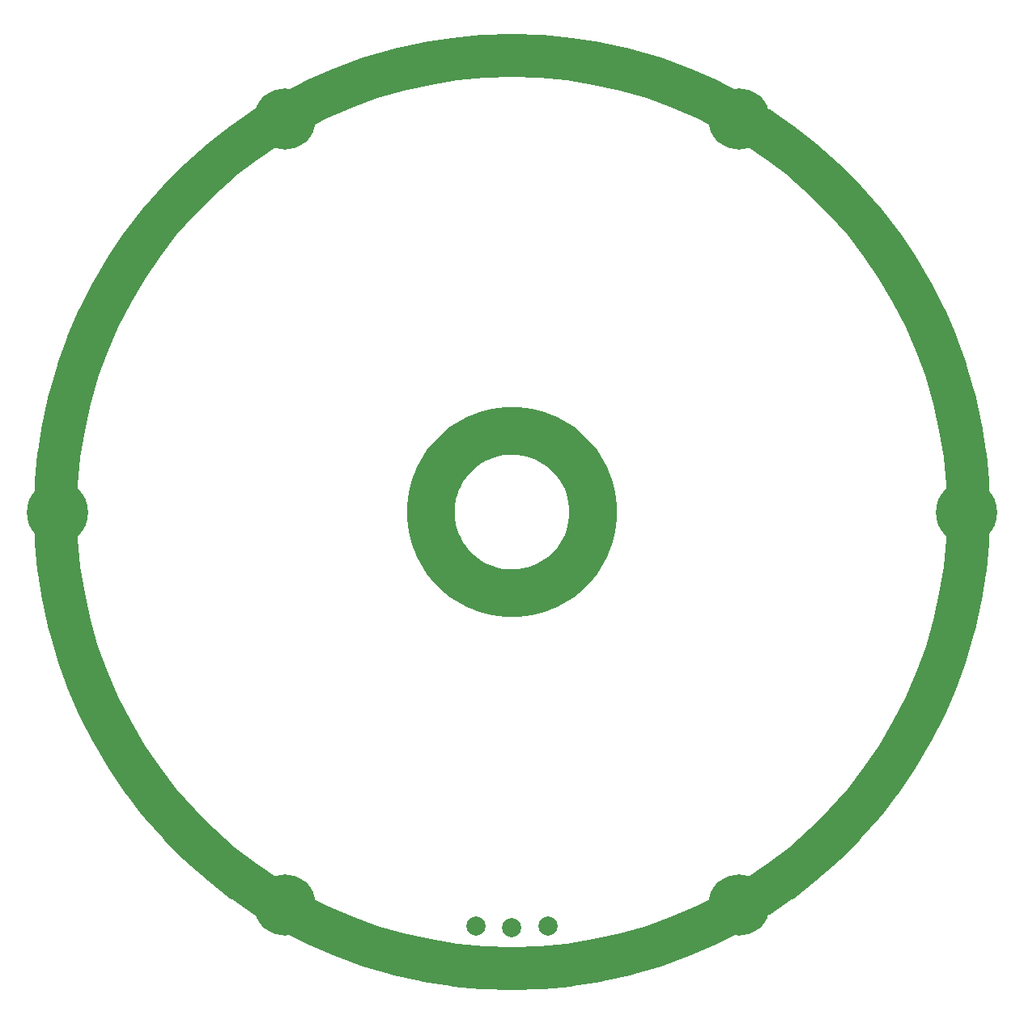
<source format=gbr>
%TF.GenerationSoftware,KiCad,Pcbnew,6.0.5*%
%TF.CreationDate,2022-11-15T19:58:42+01:00*%
%TF.ProjectId,kimotor-project,6b696d6f-746f-4722-9d70-726f6a656374,rev?*%
%TF.SameCoordinates,Original*%
%TF.FileFunction,Soldermask,Bot*%
%TF.FilePolarity,Negative*%
%FSLAX46Y46*%
G04 Gerber Fmt 4.6, Leading zero omitted, Abs format (unit mm)*
G04 Created by KiCad (PCBNEW 6.0.5) date 2022-11-15 19:58:42*
%MOMM*%
%LPD*%
G01*
G04 APERTURE LIST*
%ADD10C,6.400000*%
%ADD11C,2.000000*%
G04 APERTURE END LIST*
D10*
%TO.C,*%
X23749999Y41136206D03*
%TD*%
%TO.C,*%
X-23750000Y41136206D03*
%TD*%
%TO.C,*%
X-47500000Y0D03*
%TD*%
%TO.C,*%
X-23749999Y-41136206D03*
%TD*%
%TO.C,*%
X23750000Y-41136206D03*
%TD*%
%TO.C,*%
X47500000Y0D03*
%TD*%
D11*
%TO.C,*%
X-3791274Y-43334469D03*
%TD*%
%TO.C,*%
X0Y-43500000D03*
%TD*%
%TO.C,*%
X3791274Y-43334469D03*
%TD*%
G36*
X161266Y49994932D02*
G01*
X2977761Y49906419D01*
X2980931Y49906279D01*
X3243930Y49891377D01*
X3248660Y49891020D01*
X6206224Y49611448D01*
X6208599Y49611200D01*
X6289326Y49602022D01*
X6294804Y49601278D01*
X9301755Y49125023D01*
X9306844Y49124109D01*
X9488180Y49087706D01*
X9490866Y49087137D01*
X12300100Y48459199D01*
X12304363Y48458167D01*
X12594479Y48382627D01*
X12597883Y48381690D01*
X15287669Y47600233D01*
X15291113Y47599179D01*
X15580848Y47505944D01*
X15584932Y47504552D01*
X18280525Y46534079D01*
X18283164Y46533095D01*
X18470883Y46460732D01*
X18475604Y46458802D01*
X21270518Y45249335D01*
X21275606Y45246998D01*
X21325134Y45222899D01*
X21327208Y45221866D01*
X23995673Y43862215D01*
X23999919Y43859948D01*
X24221016Y43736436D01*
X24223706Y43734890D01*
X26655071Y42296985D01*
X26658507Y42294878D01*
X26923720Y42126357D01*
X26926968Y42124222D01*
X29252889Y40543527D01*
X29255548Y40541669D01*
X29476983Y40382696D01*
X29480727Y40379902D01*
X31810617Y38572655D01*
X31812547Y38571127D01*
X31894611Y38504864D01*
X31898780Y38501346D01*
X34181906Y36488500D01*
X34185765Y36484952D01*
X34306727Y36369019D01*
X34308638Y36367148D01*
X36354620Y34321166D01*
X36357716Y34317959D01*
X36558393Y34102556D01*
X36560716Y34099993D01*
X38413782Y31998102D01*
X38416171Y31995312D01*
X38613075Y31758390D01*
X38615732Y31755081D01*
X40364338Y29500792D01*
X40366082Y29498489D01*
X40494471Y29324894D01*
X40497379Y29320794D01*
X42209901Y26800895D01*
X42212981Y26796135D01*
X42227027Y26773323D01*
X42228188Y26771399D01*
X43766127Y24170887D01*
X43768532Y24166635D01*
X43883535Y23953750D01*
X43884944Y23951066D01*
X45171043Y21426953D01*
X45172845Y21423269D01*
X45305772Y21139953D01*
X45307340Y21136475D01*
X46422417Y18559684D01*
X46423694Y18556623D01*
X46528399Y18296056D01*
X46530036Y18291757D01*
X47522022Y15536407D01*
X47522856Y15534016D01*
X47563730Y15412902D01*
X47565342Y15407765D01*
X48414424Y12485207D01*
X48415798Y12480074D01*
X48451167Y12335900D01*
X48451762Y12333366D01*
X49086595Y9493288D01*
X49087503Y9488852D01*
X49140196Y9205669D01*
X49140771Y9202330D01*
X49579467Y6432509D01*
X49579997Y6428802D01*
X49619493Y6120371D01*
X49619955Y6116225D01*
X49887428Y3286649D01*
X49887672Y3283699D01*
X49903905Y3054666D01*
X49904158Y3049716D01*
X49999876Y3958D01*
X49999876Y-3958D01*
X49904158Y-3049716D01*
X49903905Y-3054666D01*
X49887672Y-3283699D01*
X49887428Y-3286649D01*
X49619955Y-6116225D01*
X49619493Y-6120371D01*
X49579997Y-6428802D01*
X49579467Y-6432509D01*
X49140771Y-9202330D01*
X49140196Y-9205669D01*
X49087503Y-9488852D01*
X49086595Y-9493288D01*
X48451762Y-12333366D01*
X48451167Y-12335900D01*
X48415798Y-12480074D01*
X48414424Y-12485207D01*
X47565342Y-15407765D01*
X47563730Y-15412902D01*
X47522856Y-15534016D01*
X47522022Y-15536407D01*
X46530036Y-18291757D01*
X46528399Y-18296056D01*
X46423694Y-18556623D01*
X46422417Y-18559684D01*
X45307340Y-21136475D01*
X45305772Y-21139953D01*
X45172845Y-21423269D01*
X45171043Y-21426953D01*
X43884944Y-23951066D01*
X43883535Y-23953750D01*
X43768532Y-24166635D01*
X43766127Y-24170887D01*
X42228188Y-26771399D01*
X42227027Y-26773323D01*
X42212981Y-26796135D01*
X42209901Y-26800895D01*
X40497379Y-29320794D01*
X40494471Y-29324894D01*
X40366082Y-29498489D01*
X40364338Y-29500792D01*
X38615732Y-31755081D01*
X38613075Y-31758390D01*
X38416171Y-31995312D01*
X38413782Y-31998102D01*
X36560716Y-34099993D01*
X36558393Y-34102556D01*
X36357716Y-34317959D01*
X36354620Y-34321166D01*
X34308638Y-36367148D01*
X34306727Y-36369019D01*
X34185765Y-36484952D01*
X34181906Y-36488500D01*
X31898780Y-38501346D01*
X31894611Y-38504864D01*
X31812547Y-38571127D01*
X31810617Y-38572655D01*
X29480727Y-40379902D01*
X29476983Y-40382696D01*
X29255548Y-40541669D01*
X29252889Y-40543527D01*
X26926968Y-42124222D01*
X26923720Y-42126357D01*
X26658507Y-42294878D01*
X26655071Y-42296985D01*
X24223706Y-43734890D01*
X24221016Y-43736436D01*
X23999919Y-43859948D01*
X23995673Y-43862215D01*
X21327208Y-45221866D01*
X21325134Y-45222899D01*
X21275606Y-45246998D01*
X21270518Y-45249335D01*
X18475604Y-46458802D01*
X18470883Y-46460732D01*
X18283164Y-46533095D01*
X18280525Y-46534079D01*
X15584932Y-47504552D01*
X15580848Y-47505944D01*
X15291113Y-47599179D01*
X15287669Y-47600233D01*
X12597883Y-48381690D01*
X12594479Y-48382627D01*
X12304363Y-48458167D01*
X12300100Y-48459199D01*
X9490866Y-49087137D01*
X9488180Y-49087706D01*
X9306844Y-49124109D01*
X9301755Y-49125023D01*
X6294804Y-49601278D01*
X6289326Y-49602022D01*
X6208599Y-49611200D01*
X6206224Y-49611448D01*
X3248660Y-49891020D01*
X3243930Y-49891377D01*
X2980931Y-49906279D01*
X2977761Y-49906419D01*
X161266Y-49994932D01*
X157308Y-49994994D01*
X-157308Y-49994994D01*
X-161266Y-49994932D01*
X-2977761Y-49906419D01*
X-2980931Y-49906279D01*
X-3243930Y-49891377D01*
X-3248660Y-49891020D01*
X-6206224Y-49611448D01*
X-6208599Y-49611200D01*
X-6289326Y-49602022D01*
X-6294804Y-49601278D01*
X-9301755Y-49125023D01*
X-9306844Y-49124109D01*
X-9488180Y-49087706D01*
X-9490866Y-49087137D01*
X-12300100Y-48459199D01*
X-12304363Y-48458167D01*
X-12594479Y-48382627D01*
X-12597883Y-48381690D01*
X-15287669Y-47600233D01*
X-15291113Y-47599179D01*
X-15580848Y-47505944D01*
X-15584932Y-47504552D01*
X-18280525Y-46534079D01*
X-18283164Y-46533095D01*
X-18470883Y-46460732D01*
X-18475604Y-46458802D01*
X-21270518Y-45249335D01*
X-21275606Y-45246998D01*
X-21325134Y-45222899D01*
X-21327208Y-45221866D01*
X-23995673Y-43862215D01*
X-23999919Y-43859948D01*
X-24221016Y-43736436D01*
X-24223706Y-43734890D01*
X-26655071Y-42296985D01*
X-26658507Y-42294878D01*
X-26923720Y-42126357D01*
X-26926968Y-42124222D01*
X-29252889Y-40543527D01*
X-29255548Y-40541669D01*
X-29476983Y-40382696D01*
X-29480727Y-40379902D01*
X-31810617Y-38572655D01*
X-31812547Y-38571127D01*
X-31894611Y-38504864D01*
X-31898780Y-38501346D01*
X-34181906Y-36488500D01*
X-34185765Y-36484952D01*
X-34306727Y-36369019D01*
X-34308638Y-36367148D01*
X-36354620Y-34321166D01*
X-36357716Y-34317959D01*
X-36558393Y-34102556D01*
X-36560716Y-34099993D01*
X-38413782Y-31998102D01*
X-38416171Y-31995312D01*
X-38613075Y-31758390D01*
X-38615732Y-31755081D01*
X-40364338Y-29500792D01*
X-40366082Y-29498489D01*
X-40494471Y-29324894D01*
X-40497379Y-29320794D01*
X-42209901Y-26800895D01*
X-42212981Y-26796135D01*
X-42227027Y-26773323D01*
X-42228188Y-26771399D01*
X-43766127Y-24170887D01*
X-43768532Y-24166635D01*
X-43883535Y-23953750D01*
X-43884944Y-23951066D01*
X-45171043Y-21426953D01*
X-45172845Y-21423269D01*
X-45305772Y-21139953D01*
X-45307340Y-21136475D01*
X-46422417Y-18559684D01*
X-46423694Y-18556623D01*
X-46528399Y-18296056D01*
X-46530036Y-18291757D01*
X-47522022Y-15536407D01*
X-47522856Y-15534016D01*
X-47563730Y-15412902D01*
X-47565342Y-15407765D01*
X-48414424Y-12485207D01*
X-48415798Y-12480074D01*
X-48451167Y-12335900D01*
X-48451762Y-12333366D01*
X-49086595Y-9493288D01*
X-49087503Y-9488852D01*
X-49140196Y-9205669D01*
X-49140771Y-9202330D01*
X-49579467Y-6432509D01*
X-49579997Y-6428802D01*
X-49619493Y-6120371D01*
X-49619955Y-6116225D01*
X-49887428Y-3286649D01*
X-49887672Y-3283699D01*
X-49903905Y-3054666D01*
X-49904158Y-3049716D01*
X-49999876Y-3958D01*
X-49999876Y-1973D01*
X-45499938Y-1973D01*
X-45410278Y-2855009D01*
X-45410032Y-2858919D01*
X-45141405Y-5700686D01*
X-45140908Y-5704621D01*
X-44694379Y-8523892D01*
X-44693637Y-8527780D01*
X-44070965Y-11313458D01*
X-44069979Y-11317296D01*
X-43273622Y-14058378D01*
X-43272403Y-14062130D01*
X-42305499Y-16747809D01*
X-42304046Y-16751479D01*
X-41170412Y-19371150D01*
X-41168737Y-19374709D01*
X-39872846Y-21918040D01*
X-39870953Y-21921483D01*
X-38417921Y-24378426D01*
X-38415813Y-24381748D01*
X-36811385Y-26742592D01*
X-36809061Y-26745791D01*
X-35059565Y-29001227D01*
X-35057039Y-29004280D01*
X-33169383Y-31145406D01*
X-33166665Y-31148300D01*
X-31148300Y-33166665D01*
X-31145406Y-33169383D01*
X-29004280Y-35057039D01*
X-29001227Y-35059565D01*
X-26745791Y-36809061D01*
X-26742592Y-36811385D01*
X-24381748Y-38415813D01*
X-24378426Y-38417921D01*
X-21921483Y-39870953D01*
X-21918040Y-39872846D01*
X-19374709Y-41168737D01*
X-19371150Y-41170412D01*
X-16751479Y-42304046D01*
X-16747809Y-42305499D01*
X-14062130Y-43272403D01*
X-14058378Y-43273622D01*
X-11317296Y-44069979D01*
X-11313458Y-44070965D01*
X-8527780Y-44693637D01*
X-8523892Y-44694379D01*
X-5704621Y-45140908D01*
X-5700686Y-45141405D01*
X-2858919Y-45410032D01*
X-2855009Y-45410278D01*
X-1973Y-45499938D01*
X1973Y-45499938D01*
X2855009Y-45410278D01*
X2858919Y-45410032D01*
X5700686Y-45141405D01*
X5704621Y-45140908D01*
X8523892Y-44694379D01*
X8527780Y-44693637D01*
X11313458Y-44070965D01*
X11317296Y-44069979D01*
X14058378Y-43273622D01*
X14062130Y-43272403D01*
X16747809Y-42305499D01*
X16751479Y-42304046D01*
X19371150Y-41170412D01*
X19374709Y-41168737D01*
X21918040Y-39872846D01*
X21921483Y-39870953D01*
X24378426Y-38417921D01*
X24381748Y-38415813D01*
X26742592Y-36811385D01*
X26745791Y-36809061D01*
X29001227Y-35059565D01*
X29004280Y-35057039D01*
X31145406Y-33169383D01*
X31148300Y-33166665D01*
X33166665Y-31148300D01*
X33169383Y-31145406D01*
X35057039Y-29004280D01*
X35059565Y-29001227D01*
X36809061Y-26745791D01*
X36811385Y-26742592D01*
X38415813Y-24381748D01*
X38417921Y-24378426D01*
X39870953Y-21921483D01*
X39872846Y-21918040D01*
X41168737Y-19374709D01*
X41170412Y-19371150D01*
X42304046Y-16751479D01*
X42305499Y-16747809D01*
X43272403Y-14062130D01*
X43273622Y-14058378D01*
X44069979Y-11317296D01*
X44070965Y-11313458D01*
X44693637Y-8527780D01*
X44694379Y-8523892D01*
X45140908Y-5704621D01*
X45141405Y-5700686D01*
X45410032Y-2858919D01*
X45410278Y-2855009D01*
X45499938Y-1973D01*
X45499938Y1973D01*
X45410278Y2855009D01*
X45410032Y2858919D01*
X45141405Y5700686D01*
X45140908Y5704621D01*
X44694379Y8523892D01*
X44693637Y8527780D01*
X44070965Y11313458D01*
X44069979Y11317296D01*
X43273622Y14058378D01*
X43272403Y14062130D01*
X42305499Y16747809D01*
X42304046Y16751479D01*
X41170412Y19371150D01*
X41168737Y19374709D01*
X39872846Y21918040D01*
X39870953Y21921483D01*
X38417921Y24378426D01*
X38415813Y24381748D01*
X36811385Y26742592D01*
X36809061Y26745791D01*
X35059565Y29001227D01*
X35057039Y29004280D01*
X33169383Y31145406D01*
X33166665Y31148300D01*
X31148300Y33166665D01*
X31145406Y33169383D01*
X29004280Y35057039D01*
X29001227Y35059565D01*
X26745791Y36809061D01*
X26742592Y36811385D01*
X24381748Y38415813D01*
X24378426Y38417921D01*
X21921483Y39870953D01*
X21918040Y39872846D01*
X19374709Y41168737D01*
X19371150Y41170412D01*
X16751479Y42304046D01*
X16747809Y42305499D01*
X14062130Y43272403D01*
X14058378Y43273622D01*
X11317296Y44069979D01*
X11313458Y44070965D01*
X8527780Y44693637D01*
X8523892Y44694379D01*
X5704621Y45140908D01*
X5700686Y45141405D01*
X2858919Y45410032D01*
X2855009Y45410278D01*
X1973Y45499938D01*
X-1973Y45499938D01*
X-2855009Y45410278D01*
X-2858919Y45410032D01*
X-5700686Y45141405D01*
X-5704621Y45140908D01*
X-8523892Y44694379D01*
X-8527780Y44693637D01*
X-11313458Y44070965D01*
X-11317296Y44069979D01*
X-14058378Y43273622D01*
X-14062130Y43272403D01*
X-16747809Y42305499D01*
X-16751479Y42304046D01*
X-19371150Y41170412D01*
X-19374709Y41168737D01*
X-21918040Y39872846D01*
X-21921483Y39870953D01*
X-24378426Y38417921D01*
X-24381748Y38415813D01*
X-26742592Y36811385D01*
X-26745791Y36809061D01*
X-29001227Y35059565D01*
X-29004280Y35057039D01*
X-31145406Y33169383D01*
X-31148300Y33166665D01*
X-33166665Y31148300D01*
X-33169383Y31145406D01*
X-35057039Y29004280D01*
X-35059565Y29001227D01*
X-36809061Y26745791D01*
X-36811385Y26742592D01*
X-38415813Y24381748D01*
X-38417921Y24378426D01*
X-39870953Y21921483D01*
X-39872846Y21918040D01*
X-41168737Y19374709D01*
X-41170412Y19371150D01*
X-42304046Y16751479D01*
X-42305499Y16747809D01*
X-43272403Y14062130D01*
X-43273622Y14058378D01*
X-44069979Y11317296D01*
X-44070965Y11313458D01*
X-44693637Y8527780D01*
X-44694379Y8523892D01*
X-45140908Y5704621D01*
X-45141405Y5700686D01*
X-45410032Y2858919D01*
X-45410278Y2855009D01*
X-45499938Y1973D01*
X-45499938Y-1973D01*
X-49999876Y-1973D01*
X-49999876Y3958D01*
X-49904158Y3049716D01*
X-49903905Y3054666D01*
X-49887672Y3283699D01*
X-49887428Y3286649D01*
X-49619955Y6116225D01*
X-49619493Y6120371D01*
X-49579997Y6428802D01*
X-49579467Y6432509D01*
X-49140771Y9202330D01*
X-49140196Y9205669D01*
X-49087503Y9488852D01*
X-49086595Y9493288D01*
X-48451762Y12333366D01*
X-48451167Y12335900D01*
X-48415798Y12480074D01*
X-48414424Y12485207D01*
X-47565342Y15407765D01*
X-47563730Y15412902D01*
X-47522856Y15534016D01*
X-47522022Y15536407D01*
X-46530036Y18291757D01*
X-46528399Y18296056D01*
X-46423694Y18556623D01*
X-46422417Y18559684D01*
X-45307340Y21136475D01*
X-45305772Y21139953D01*
X-45172845Y21423269D01*
X-45171043Y21426953D01*
X-43884944Y23951066D01*
X-43883535Y23953750D01*
X-43768532Y24166635D01*
X-43766127Y24170887D01*
X-42228188Y26771399D01*
X-42227027Y26773323D01*
X-42212981Y26796135D01*
X-42209901Y26800895D01*
X-40497379Y29320794D01*
X-40494471Y29324894D01*
X-40366082Y29498489D01*
X-40364338Y29500792D01*
X-38615732Y31755081D01*
X-38613075Y31758390D01*
X-38416171Y31995312D01*
X-38413782Y31998102D01*
X-36560716Y34099993D01*
X-36558393Y34102556D01*
X-36357716Y34317959D01*
X-36354620Y34321166D01*
X-34308638Y36367148D01*
X-34306727Y36369019D01*
X-34185765Y36484952D01*
X-34181906Y36488500D01*
X-31898780Y38501346D01*
X-31894611Y38504864D01*
X-31812547Y38571127D01*
X-31810617Y38572655D01*
X-29480727Y40379902D01*
X-29476983Y40382696D01*
X-29255548Y40541669D01*
X-29252889Y40543527D01*
X-26926968Y42124222D01*
X-26923720Y42126357D01*
X-26658507Y42294878D01*
X-26655071Y42296985D01*
X-24223706Y43734890D01*
X-24221016Y43736436D01*
X-23999919Y43859948D01*
X-23995673Y43862215D01*
X-21327208Y45221866D01*
X-21325134Y45222899D01*
X-21275606Y45246998D01*
X-21270518Y45249335D01*
X-18475604Y46458802D01*
X-18470883Y46460732D01*
X-18283164Y46533095D01*
X-18280525Y46534079D01*
X-15584932Y47504552D01*
X-15580848Y47505944D01*
X-15291113Y47599179D01*
X-15287669Y47600233D01*
X-12597883Y48381690D01*
X-12594479Y48382627D01*
X-12304363Y48458167D01*
X-12300100Y48459199D01*
X-9490866Y49087137D01*
X-9488180Y49087706D01*
X-9306844Y49124109D01*
X-9301755Y49125023D01*
X-6294804Y49601278D01*
X-6289326Y49602022D01*
X-6208599Y49611200D01*
X-6206224Y49611448D01*
X-3248660Y49891020D01*
X-3243930Y49891377D01*
X-2980931Y49906279D01*
X-2977761Y49906419D01*
X-161266Y49994932D01*
X-157308Y49994994D01*
X157308Y49994994D01*
X161266Y49994932D01*
G37*
G36*
X686737Y10978418D02*
G01*
X694637Y10977921D01*
X1374722Y10913634D01*
X1382575Y10912642D01*
X2057281Y10805779D01*
X2065056Y10804295D01*
X2731730Y10655275D01*
X2739397Y10653307D01*
X3395384Y10462726D01*
X3402912Y10460280D01*
X4045644Y10228883D01*
X4053004Y10225969D01*
X4679936Y9954671D01*
X4687098Y9951301D01*
X5295761Y9641171D01*
X5302697Y9637358D01*
X5890688Y9289622D01*
X5897372Y9285380D01*
X6462362Y8901412D01*
X6468765Y8896759D01*
X7008539Y8478067D01*
X7014638Y8473022D01*
X7527053Y8021268D01*
X7532823Y8015849D01*
X8015849Y7532823D01*
X8021268Y7527053D01*
X8473022Y7014638D01*
X8478067Y7008539D01*
X8896759Y6468765D01*
X8901412Y6462362D01*
X9285380Y5897372D01*
X9289622Y5890688D01*
X9637358Y5302697D01*
X9641171Y5295761D01*
X9951301Y4687098D01*
X9954671Y4679936D01*
X10225969Y4053004D01*
X10228883Y4045644D01*
X10460280Y3402912D01*
X10462726Y3395384D01*
X10653307Y2739397D01*
X10655275Y2731730D01*
X10804295Y2065056D01*
X10805779Y2057281D01*
X10912642Y1382575D01*
X10913634Y1374722D01*
X10977921Y694637D01*
X10978418Y686737D01*
X10999876Y3958D01*
X10999876Y-3958D01*
X10978418Y-686737D01*
X10977921Y-694637D01*
X10913634Y-1374722D01*
X10912642Y-1382575D01*
X10805779Y-2057281D01*
X10804295Y-2065056D01*
X10655275Y-2731730D01*
X10653307Y-2739397D01*
X10462726Y-3395384D01*
X10460280Y-3402912D01*
X10228883Y-4045644D01*
X10225969Y-4053004D01*
X9954671Y-4679936D01*
X9951301Y-4687098D01*
X9641171Y-5295761D01*
X9637358Y-5302697D01*
X9289622Y-5890688D01*
X9285380Y-5897372D01*
X8901412Y-6462362D01*
X8896759Y-6468765D01*
X8478067Y-7008539D01*
X8473022Y-7014638D01*
X8021268Y-7527053D01*
X8015849Y-7532823D01*
X7532823Y-8015849D01*
X7527053Y-8021268D01*
X7014638Y-8473022D01*
X7008539Y-8478067D01*
X6468765Y-8896759D01*
X6462362Y-8901412D01*
X5897372Y-9285380D01*
X5890688Y-9289622D01*
X5302697Y-9637358D01*
X5295761Y-9641171D01*
X4687098Y-9951301D01*
X4679936Y-9954671D01*
X4053004Y-10225969D01*
X4045644Y-10228883D01*
X3402912Y-10460280D01*
X3395384Y-10462726D01*
X2739397Y-10653307D01*
X2731730Y-10655275D01*
X2065056Y-10804295D01*
X2057281Y-10805779D01*
X1382575Y-10912642D01*
X1374722Y-10913634D01*
X694637Y-10977921D01*
X686737Y-10978418D01*
X3958Y-10999876D01*
X-3958Y-10999876D01*
X-686737Y-10978418D01*
X-694637Y-10977921D01*
X-1374722Y-10913634D01*
X-1382575Y-10912642D01*
X-2057281Y-10805779D01*
X-2065056Y-10804295D01*
X-2731730Y-10655275D01*
X-2739397Y-10653307D01*
X-3395384Y-10462726D01*
X-3402912Y-10460280D01*
X-4045644Y-10228883D01*
X-4053004Y-10225969D01*
X-4679936Y-9954671D01*
X-4687098Y-9951301D01*
X-5295761Y-9641171D01*
X-5302697Y-9637358D01*
X-5890688Y-9289622D01*
X-5897372Y-9285380D01*
X-6462362Y-8901412D01*
X-6468765Y-8896759D01*
X-7008539Y-8478067D01*
X-7014638Y-8473022D01*
X-7527053Y-8021268D01*
X-7532823Y-8015849D01*
X-8015849Y-7532823D01*
X-8021268Y-7527053D01*
X-8473022Y-7014638D01*
X-8478067Y-7008539D01*
X-8896759Y-6468765D01*
X-8901412Y-6462362D01*
X-9285380Y-5897372D01*
X-9289622Y-5890688D01*
X-9637358Y-5302697D01*
X-9641171Y-5295761D01*
X-9951301Y-4687098D01*
X-9954671Y-4679936D01*
X-10225969Y-4053004D01*
X-10228883Y-4045644D01*
X-10460280Y-3402912D01*
X-10462726Y-3395384D01*
X-10653307Y-2739397D01*
X-10655275Y-2731730D01*
X-10804295Y-2065056D01*
X-10805779Y-2057281D01*
X-10912642Y-1382575D01*
X-10913634Y-1374722D01*
X-10977921Y-694637D01*
X-10978418Y-686737D01*
X-10992390Y-242170D01*
X-5995007Y-242170D01*
X-5994798Y-247283D01*
X-5955319Y-730017D01*
X-5954695Y-735089D01*
X-5876003Y-1212987D01*
X-5874960Y-1218027D01*
X-5757584Y-1687888D01*
X-5756132Y-1692834D01*
X-5600843Y-2151583D01*
X-5598995Y-2156386D01*
X-5406836Y-2600934D01*
X-5404604Y-2605570D01*
X-5176843Y-3032991D01*
X-5174240Y-3037430D01*
X-4912401Y-3444862D01*
X-4909446Y-3449071D01*
X-4615259Y-3833815D01*
X-4611983Y-3837755D01*
X-4287411Y-4197244D01*
X-4283832Y-4200897D01*
X-3931032Y-4532740D01*
X-3927159Y-4536096D01*
X-3548493Y-4838073D01*
X-3544352Y-4841107D01*
X-3142337Y-5111211D01*
X-3137972Y-5113892D01*
X-2715272Y-5350332D01*
X-2710698Y-5352651D01*
X-2270138Y-5553847D01*
X-2265383Y-5555788D01*
X-1809887Y-5720407D01*
X-1805000Y-5721951D01*
X-1337620Y-5848890D01*
X-1332582Y-5850039D01*
X-856418Y-5938459D01*
X-851333Y-5939191D01*
X-369531Y-5988505D01*
X-364400Y-5988819D01*
X119817Y-5998699D01*
X124965Y-5998594D01*
X608358Y-5968973D01*
X613502Y-5968446D01*
X1092871Y-5899523D01*
X1097924Y-5898585D01*
X1570099Y-5790815D01*
X1575063Y-5789467D01*
X2036899Y-5643563D01*
X2041705Y-5641826D01*
X2490102Y-5458767D01*
X2494790Y-5456626D01*
X2926763Y-5237634D01*
X2931253Y-5235122D01*
X3343929Y-4981654D01*
X3348214Y-4978775D01*
X3738861Y-4692512D01*
X3742890Y-4689299D01*
X4108900Y-4372149D01*
X4112648Y-4368623D01*
X4451614Y-4022672D01*
X4455041Y-4018876D01*
X4764691Y-3646434D01*
X4767795Y-3642374D01*
X5046042Y-3245952D01*
X5048823Y-3241624D01*
X5293831Y-2823844D01*
X5296238Y-2819327D01*
X5506382Y-2382962D01*
X5508428Y-2378227D01*
X5682296Y-1926204D01*
X5683941Y-1921346D01*
X5820389Y-1456646D01*
X5821639Y-1451642D01*
X5919752Y-977387D01*
X5920590Y-972293D01*
X5979719Y-491624D01*
X5980140Y-486472D01*
X5999895Y-2572D01*
X5999895Y2572D01*
X5980140Y486472D01*
X5979719Y491624D01*
X5920590Y972293D01*
X5919752Y977387D01*
X5821639Y1451642D01*
X5820389Y1456646D01*
X5683941Y1921346D01*
X5682296Y1926204D01*
X5508428Y2378227D01*
X5506382Y2382962D01*
X5296238Y2819327D01*
X5293831Y2823844D01*
X5048823Y3241624D01*
X5046042Y3245952D01*
X4767795Y3642374D01*
X4764691Y3646434D01*
X4455041Y4018876D01*
X4451614Y4022672D01*
X4112648Y4368623D01*
X4108900Y4372149D01*
X3742890Y4689299D01*
X3738861Y4692512D01*
X3348214Y4978775D01*
X3343929Y4981654D01*
X2931253Y5235122D01*
X2926763Y5237634D01*
X2494790Y5456626D01*
X2490102Y5458767D01*
X2041705Y5641826D01*
X2036899Y5643563D01*
X1575063Y5789467D01*
X1570099Y5790815D01*
X1097924Y5898585D01*
X1092871Y5899523D01*
X613502Y5968446D01*
X608358Y5968973D01*
X124965Y5998594D01*
X119817Y5998699D01*
X-364400Y5988819D01*
X-369531Y5988505D01*
X-851333Y5939191D01*
X-856418Y5938459D01*
X-1332582Y5850039D01*
X-1337620Y5848890D01*
X-1805000Y5721951D01*
X-1809887Y5720407D01*
X-2265383Y5555788D01*
X-2270138Y5553847D01*
X-2710698Y5352651D01*
X-2715272Y5350332D01*
X-3137972Y5113892D01*
X-3142337Y5111211D01*
X-3544352Y4841107D01*
X-3548493Y4838073D01*
X-3927159Y4536096D01*
X-3931032Y4532740D01*
X-4283832Y4200897D01*
X-4287411Y4197244D01*
X-4611983Y3837755D01*
X-4615259Y3833815D01*
X-4909446Y3449071D01*
X-4912401Y3444862D01*
X-5174240Y3037430D01*
X-5176843Y3032991D01*
X-5404604Y2605570D01*
X-5406836Y2600934D01*
X-5598995Y2156386D01*
X-5600843Y2151583D01*
X-5756132Y1692834D01*
X-5757584Y1687888D01*
X-5874960Y1218027D01*
X-5876003Y1212987D01*
X-5954695Y735089D01*
X-5955319Y730017D01*
X-5994798Y247283D01*
X-5995007Y242170D01*
X-5995007Y-242170D01*
X-10992390Y-242170D01*
X-10999876Y-3958D01*
X-10999876Y3958D01*
X-10978418Y686737D01*
X-10977921Y694637D01*
X-10913634Y1374722D01*
X-10912642Y1382575D01*
X-10805779Y2057281D01*
X-10804295Y2065056D01*
X-10655275Y2731730D01*
X-10653307Y2739397D01*
X-10462726Y3395384D01*
X-10460280Y3402912D01*
X-10228883Y4045644D01*
X-10225969Y4053004D01*
X-9954671Y4679936D01*
X-9951301Y4687098D01*
X-9641171Y5295761D01*
X-9637358Y5302697D01*
X-9289622Y5890688D01*
X-9285380Y5897372D01*
X-8901412Y6462362D01*
X-8896759Y6468765D01*
X-8478067Y7008539D01*
X-8473022Y7014638D01*
X-8021268Y7527053D01*
X-8015849Y7532823D01*
X-7532823Y8015849D01*
X-7527053Y8021268D01*
X-7014638Y8473022D01*
X-7008539Y8478067D01*
X-6468765Y8896759D01*
X-6462362Y8901412D01*
X-5897372Y9285380D01*
X-5890688Y9289622D01*
X-5302697Y9637358D01*
X-5295761Y9641171D01*
X-4687098Y9951301D01*
X-4679936Y9954671D01*
X-4053004Y10225969D01*
X-4045644Y10228883D01*
X-3402912Y10460280D01*
X-3395384Y10462726D01*
X-2739397Y10653307D01*
X-2731730Y10655275D01*
X-2065056Y10804295D01*
X-2057281Y10805779D01*
X-1382575Y10912642D01*
X-1374722Y10913634D01*
X-694637Y10977921D01*
X-686737Y10978418D01*
X-3958Y10999876D01*
X3958Y10999876D01*
X686737Y10978418D01*
G37*
M02*

</source>
